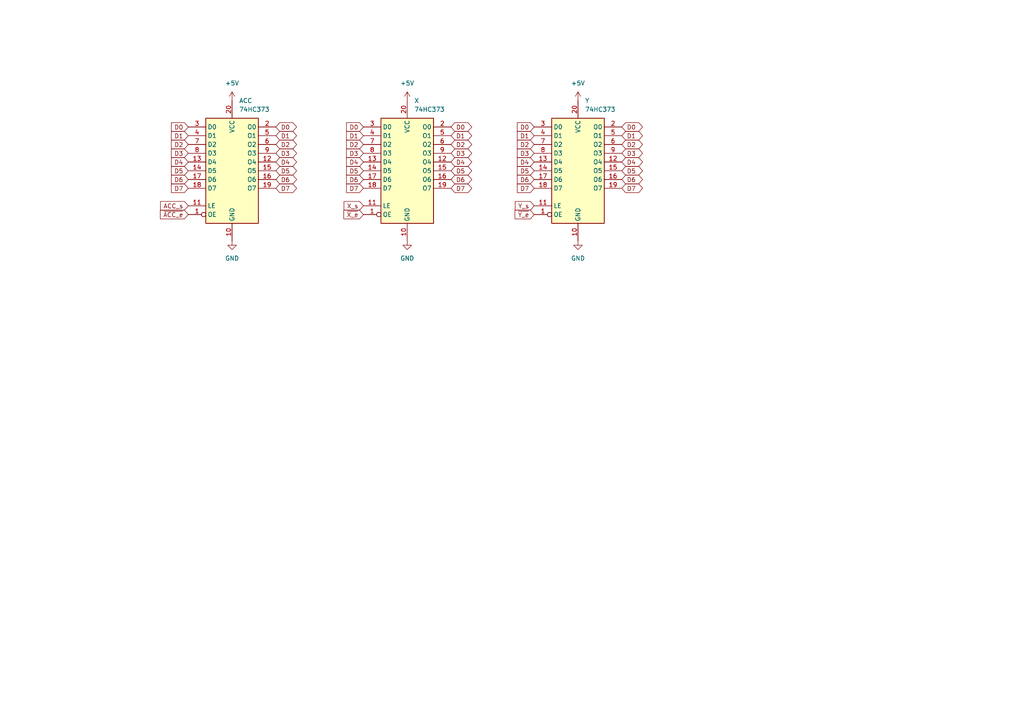
<source format=kicad_sch>
(kicad_sch (version 20211123) (generator eeschema)
  (paper "A4")
  (lib_symbols
    (symbol "74xx:74HC373"
      (property "Reference" "U" (at -7.62 16.51 0))
      (property "Value" "74HC373" (at -7.62 -16.51 0))
      (symbol "74HC373_1_0"
        (pin input inverted (at -12.7 -12.7 0) (length 5.08) (name "OE") (number "1"))
        (pin power_in line (at 0 -20.32 90) (length 5.08) (name "GND") (number "10"))
        (pin input line (at -12.7 -10.16 0) (length 5.08) (name "LE") (number "11"))
        (pin tri_state line (at 12.7 2.54 180) (length 5.08) (name "O4") (number "12"))
        (pin input line (at -12.7 2.54 0) (length 5.08) (name "D4") (number "13"))
        (pin input line (at -12.7 0 0) (length 5.08) (name "D5") (number "14"))
        (pin tri_state line (at 12.7 0 180) (length 5.08) (name "O5") (number "15"))
        (pin tri_state line (at 12.7 -2.54 180) (length 5.08) (name "O6") (number "16"))
        (pin input line (at -12.7 -2.54 0) (length 5.08) (name "D6") (number "17"))
        (pin input line (at -12.7 -5.08 0) (length 5.08) (name "D7") (number "18"))
        (pin tri_state line (at 12.7 -5.08 180) (length 5.08) (name "O7") (number "19"))
        (pin tri_state line (at 12.7 12.7 180) (length 5.08) (name "O0") (number "2"))
        (pin power_in line (at 0 20.32 270) (length 5.08) (name "VCC") (number "20"))
        (pin input line (at -12.7 12.7 0) (length 5.08) (name "D0") (number "3"))
        (pin input line (at -12.7 10.16 0) (length 5.08) (name "D1") (number "4"))
        (pin tri_state line (at 12.7 10.16 180) (length 5.08) (name "O1") (number "5"))
        (pin tri_state line (at 12.7 7.62 180) (length 5.08) (name "O2") (number "6"))
        (pin input line (at -12.7 7.62 0) (length 5.08) (name "D2") (number "7"))
        (pin input line (at -12.7 5.08 0) (length 5.08) (name "D3") (number "8"))
        (pin tri_state line (at 12.7 5.08 180) (length 5.08) (name "O3") (number "9"))
      )
      (symbol "74HC373_1_1"
        (rectangle (start -7.62 15.24) (end 7.62 -15.24) (stroke (width 0.254)) (fill (type background)))
      )
    )
    (symbol "power:+5V" (power) (pin_names (offset 0))
      (property "Value" "+5V" (at 0 3.556 0))
      (symbol "+5V_0_1"
        (polyline (pts (xy -0.762 1.27) (xy 0 2.54)))
        (polyline (pts (xy 0 0) (xy 0 2.54)))
        (polyline (pts (xy 0 2.54) (xy 0.762 1.27)))
      )
      (symbol "+5V_1_1"
        (pin power_in line (at 0 0 90) (length 0) hide (name "+5V") (number "1"))
      )
    )
    (symbol "power:GND" (power) (pin_names (offset 0))
      (property "Value" "GND" (at 0 -3.81 0))
      (symbol "GND_0_1"
        (polyline (pts (xy 0 0) (xy 0 -1.27) (xy 1.27 -1.27) (xy 0 -2.54) (xy -1.27 -1.27) (xy 0 -1.27)))
      )
      (symbol "GND_1_1"
        (pin power_in line (at 0 0 270) (length 0) hide (name "GND") (number "1"))
      )
    )
  )
  (global_label "D6" (shape input) (at 154.94 52.07 180) (property "Intersheet References" "${INTERSHEET_REFS}" (effects hide)))
  (global_label "D4" (shape tri_state) (at 180.34 46.99 0) (property "Intersheet References" "${INTERSHEET_REFS}" (effects hide)))
  (global_label "X_s" (shape input) (at 105.41 59.69 180) (property "Intersheet References" "${INTERSHEET_REFS}" (effects hide)))
  (global_label "D0" (shape tri_state) (at 180.34 36.83 0) (property "Intersheet References" "${INTERSHEET_REFS}" (effects hide)))
  (global_label "D3" (shape tri_state) (at 80.01 44.45 0) (property "Intersheet References" "${INTERSHEET_REFS}" (effects hide)))
  (global_label "D7" (shape input) (at 105.41 54.61 180) (property "Intersheet References" "${INTERSHEET_REFS}" (effects hide)))
  (global_label "D2" (shape input) (at 54.61 41.91 180) (property "Intersheet References" "${INTERSHEET_REFS}" (effects hide)))
  (global_label "D5" (shape tri_state) (at 130.81 49.53 0) (property "Intersheet References" "${INTERSHEET_REFS}" (effects hide)))
  (global_label "D1" (shape input) (at 154.94 39.37 180) (property "Intersheet References" "${INTERSHEET_REFS}" (effects hide)))
  (global_label "D5" (shape input) (at 54.61 49.53 180) (property "Intersheet References" "${INTERSHEET_REFS}" (effects hide)))
  (global_label "D6" (shape input) (at 54.61 52.07 180) (property "Intersheet References" "${INTERSHEET_REFS}" (effects hide)))
  (global_label "D6" (shape input) (at 105.41 52.07 180) (property "Intersheet References" "${INTERSHEET_REFS}" (effects hide)))
  (global_label "D7" (shape input) (at 154.94 54.61 180) (property "Intersheet References" "${INTERSHEET_REFS}" (effects hide)))
  (global_label "D7" (shape tri_state) (at 180.34 54.61 0) (property "Intersheet References" "${INTERSHEET_REFS}" (effects hide)))
  (global_label "D1" (shape tri_state) (at 130.81 39.37 0) (property "Intersheet References" "${INTERSHEET_REFS}" (effects hide)))
  (global_label "ACC_s" (shape input) (at 54.61 59.69 180) (property "Intersheet References" "${INTERSHEET_REFS}" (effects hide)))
  (global_label "D2" (shape tri_state) (at 80.01 41.91 0) (property "Intersheet References" "${INTERSHEET_REFS}" (effects hide)))
  (global_label "D2" (shape tri_state) (at 180.34 41.91 0) (property "Intersheet References" "${INTERSHEET_REFS}" (effects hide)))
  (global_label "D3" (shape tri_state) (at 180.34 44.45 0) (property "Intersheet References" "${INTERSHEET_REFS}" (effects hide)))
  (global_label "D5" (shape input) (at 154.94 49.53 180) (property "Intersheet References" "${INTERSHEET_REFS}" (effects hide)))
  (global_label "D5" (shape tri_state) (at 80.01 49.53 0) (property "Intersheet References" "${INTERSHEET_REFS}" (effects hide)))
  (global_label "~{X_e}" (shape input) (at 105.41 62.23 180) (property "Intersheet References" "${INTERSHEET_REFS}" (effects hide)))
  (global_label "D1" (shape input) (at 105.41 39.37 180) (property "Intersheet References" "${INTERSHEET_REFS}" (effects hide)))
  (global_label "Y_s" (shape input) (at 154.94 59.69 180) (property "Intersheet References" "${INTERSHEET_REFS}" (effects hide)))
  (global_label "D7" (shape tri_state) (at 130.81 54.61 0) (property "Intersheet References" "${INTERSHEET_REFS}" (effects hide)))
  (global_label "D7" (shape input) (at 54.61 54.61 180) (property "Intersheet References" "${INTERSHEET_REFS}" (effects hide)))
  (global_label "~{ACC_e}" (shape input) (at 54.61 62.23 180) (property "Intersheet References" "${INTERSHEET_REFS}" (effects hide)))
  (global_label "D7" (shape tri_state) (at 80.01 54.61 0) (property "Intersheet References" "${INTERSHEET_REFS}" (effects hide)))
  (global_label "D1" (shape input) (at 54.61 39.37 180) (property "Intersheet References" "${INTERSHEET_REFS}" (effects hide)))
  (global_label "D0" (shape input) (at 105.41 36.83 180) (property "Intersheet References" "${INTERSHEET_REFS}" (effects hide)))
  (global_label "D0" (shape input) (at 54.61 36.83 180) (property "Intersheet References" "${INTERSHEET_REFS}" (effects hide)))
  (global_label "D1" (shape tri_state) (at 180.34 39.37 0) (property "Intersheet References" "${INTERSHEET_REFS}" (effects hide)))
  (global_label "D5" (shape input) (at 105.41 49.53 180) (property "Intersheet References" "${INTERSHEET_REFS}" (effects hide)))
  (global_label "D4" (shape input) (at 105.41 46.99 180) (property "Intersheet References" "${INTERSHEET_REFS}" (effects hide)))
  (global_label "D4" (shape tri_state) (at 80.01 46.99 0) (property "Intersheet References" "${INTERSHEET_REFS}" (effects hide)))
  (global_label "D2" (shape input) (at 105.41 41.91 180) (property "Intersheet References" "${INTERSHEET_REFS}" (effects hide)))
  (global_label "D3" (shape tri_state) (at 130.81 44.45 0) (property "Intersheet References" "${INTERSHEET_REFS}" (effects hide)))
  (global_label "D4" (shape input) (at 154.94 46.99 180) (property "Intersheet References" "${INTERSHEET_REFS}" (effects hide)))
  (global_label "D2" (shape tri_state) (at 130.81 41.91 0) (property "Intersheet References" "${INTERSHEET_REFS}" (effects hide)))
  (global_label "D4" (shape input) (at 54.61 46.99 180) (property "Intersheet References" "${INTERSHEET_REFS}" (effects hide)))
  (global_label "D3" (shape input) (at 154.94 44.45 180) (property "Intersheet References" "${INTERSHEET_REFS}" (effects hide)))
  (global_label "D0" (shape tri_state) (at 80.01 36.83 0) (property "Intersheet References" "${INTERSHEET_REFS}" (effects hide)))
  (global_label "D3" (shape input) (at 54.61 44.45 180) (property "Intersheet References" "${INTERSHEET_REFS}" (effects hide)))
  (global_label "D4" (shape tri_state) (at 130.81 46.99 0) (property "Intersheet References" "${INTERSHEET_REFS}" (effects hide)))
  (global_label "D6" (shape tri_state) (at 180.34 52.07 0) (property "Intersheet References" "${INTERSHEET_REFS}" (effects hide)))
  (global_label "D3" (shape input) (at 105.41 44.45 180) (property "Intersheet References" "${INTERSHEET_REFS}" (effects hide)))
  (global_label "D1" (shape tri_state) (at 80.01 39.37 0) (property "Intersheet References" "${INTERSHEET_REFS}" (effects hide)))
  (global_label "D0" (shape tri_state) (at 130.81 36.83 0) (property "Intersheet References" "${INTERSHEET_REFS}" (effects hide)))
  (global_label "D5" (shape tri_state) (at 180.34 49.53 0) (property "Intersheet References" "${INTERSHEET_REFS}" (effects hide)))
  (global_label "~{Y_e}" (shape input) (at 154.94 62.23 180) (property "Intersheet References" "${INTERSHEET_REFS}" (effects hide)))
  (global_label "D2" (shape input) (at 154.94 41.91 180) (property "Intersheet References" "${INTERSHEET_REFS}" (effects hide)))
  (global_label "D6" (shape tri_state) (at 80.01 52.07 0) (property "Intersheet References" "${INTERSHEET_REFS}" (effects hide)))
  (global_label "D6" (shape tri_state) (at 130.81 52.07 0) (property "Intersheet References" "${INTERSHEET_REFS}" (effects hide)))
  (global_label "D0" (shape input) (at 154.94 36.83 180) (property "Intersheet References" "${INTERSHEET_REFS}" (effects hide)))
  (symbol (lib_id "74xx:74HC373") (at 118.11 49.53 0) (unit 1)
    (property "Reference" "X" (at 120.1294 29.21 0) (effects (justify left)))
    (property "Value" "74HC373" (at 120.1294 31.75 0) (effects (justify left)))
    (property "Datasheet" "https://www.ti.com/lit/ds/symlink/cd54hc373.pdf" (effects hide))
  )
  (symbol (lib_id "74xx:74HC373") (at 167.64 49.53 0) (unit 1)
    (property "Reference" "Y" (at 169.6594 29.21 0) (effects (justify left)))
    (property "Value" "74HC373" (at 169.6594 31.75 0) (effects (justify left)))
    (property "Datasheet" "https://www.ti.com/lit/ds/symlink/cd54hc373.pdf" (effects hide))
  )
  (symbol (lib_id "power:+5V") (at 167.64 29.21 0) (unit 1)
    (property "Reference" "#PWR0101" (effects hide))
    (property "Value" "+5V" (at 167.64 24.13 0))
  )
  (symbol (lib_id "power:GND") (at 67.31 69.85 0) (unit 1)
    (property "Reference" "#PWR0106" (effects hide))
    (property "Value" "GND" (at 67.31 74.93 0))
  )
  (symbol (lib_id "power:+5V") (at 67.31 29.21 0) (unit 1)
    (property "Reference" "#PWR0105" (effects hide))
    (property "Value" "+5V" (at 67.31 24.13 0))
  )
  (symbol (lib_id "74xx:74HC373") (at 67.31 49.53 0) (unit 1)
    (property "Reference" "ACC" (at 69.3294 29.21 0) (effects (justify left)))
    (property "Value" "74HC373" (at 69.3294 31.75 0) (effects (justify left)))
    (property "Datasheet" "https://www.ti.com/lit/ds/symlink/cd54hc373.pdf" (effects hide))
  )
  (symbol (lib_id "power:GND") (at 118.11 69.85 0) (unit 1)
    (property "Reference" "#PWR0103" (effects hide))
    (property "Value" "GND" (at 118.11 74.93 0))
  )
  (symbol (lib_id "power:GND") (at 167.64 69.85 0) (unit 1)
    (property "Reference" "#PWR0104" (effects hide))
    (property "Value" "GND" (at 167.64 74.93 0))
  )
  (symbol (lib_id "power:+5V") (at 118.11 29.21 0) (unit 1)
    (property "Reference" "#PWR0102" (effects hide))
    (property "Value" "+5V" (at 118.11 24.13 0))
  )
)
</source>
